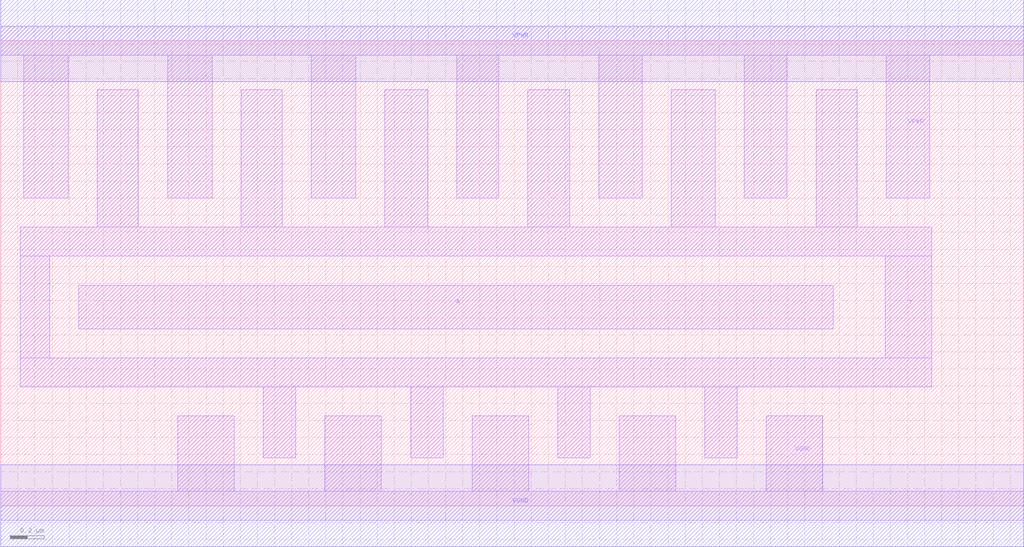
<source format=lef>
# Copyright 2020 The SkyWater PDK Authors
#
# Licensed under the Apache License, Version 2.0 (the "License");
# you may not use this file except in compliance with the License.
# You may obtain a copy of the License at
#
#     https://www.apache.org/licenses/LICENSE-2.0
#
# Unless required by applicable law or agreed to in writing, software
# distributed under the License is distributed on an "AS IS" BASIS,
# WITHOUT WARRANTIES OR CONDITIONS OF ANY KIND, either express or implied.
# See the License for the specific language governing permissions and
# limitations under the License.
#
# SPDX-License-Identifier: Apache-2.0

VERSION 5.5 ;
NAMESCASESENSITIVE ON ;
BUSBITCHARS "[]" ;
DIVIDERCHAR "/" ;
MACRO sky130_fd_sc_hd__clkinv_8
  CLASS CORE ;
  SOURCE USER ;
  ORIGIN  0.000000  0.000000 ;
  SIZE  5.980000 BY  2.720000 ;
  SYMMETRY X Y R90 ;
  SITE unithd ;
  PIN A
    ANTENNAGATEAREA  2.304000 ;
    DIRECTION INPUT ;
    USE SIGNAL ;
    PORT
      LAYER li1 ;
        RECT 0.455000 1.035000 4.865000 1.290000 ;
    END
  END A
  PIN Y
    ANTENNADIFFAREA  2.090400 ;
    DIRECTION OUTPUT ;
    USE SIGNAL ;
    PORT
      LAYER li1 ;
        RECT 0.115000 0.695000 5.440000 0.865000 ;
        RECT 0.115000 0.865000 0.285000 1.460000 ;
        RECT 0.115000 1.460000 5.440000 1.630000 ;
        RECT 0.565000 1.630000 0.805000 2.435000 ;
        RECT 1.405000 1.630000 1.645000 2.435000 ;
        RECT 1.535000 0.280000 1.725000 0.695000 ;
        RECT 2.245000 1.630000 2.495000 2.435000 ;
        RECT 2.395000 0.280000 2.585000 0.695000 ;
        RECT 3.080000 1.630000 3.325000 2.435000 ;
        RECT 3.255000 0.280000 3.445000 0.695000 ;
        RECT 3.920000 1.630000 4.175000 2.435000 ;
        RECT 4.115000 0.280000 4.305000 0.695000 ;
        RECT 4.765000 1.630000 5.005000 2.435000 ;
        RECT 5.170000 0.865000 5.440000 1.460000 ;
    END
  END Y
  PIN VGND
    DIRECTION INOUT ;
    SHAPE ABUTMENT ;
    USE GROUND ;
    PORT
      LAYER li1 ;
        RECT 0.000000 -0.085000 5.980000 0.085000 ;
        RECT 1.035000  0.085000 1.365000 0.525000 ;
        RECT 1.895000  0.085000 2.225000 0.525000 ;
        RECT 2.755000  0.085000 3.085000 0.525000 ;
        RECT 3.615000  0.085000 3.945000 0.525000 ;
        RECT 4.475000  0.085000 4.805000 0.525000 ;
    END
    PORT
      LAYER met1 ;
        RECT 0.000000 -0.240000 5.980000 0.240000 ;
    END
  END VGND
  PIN VPWR
    DIRECTION INOUT ;
    SHAPE ABUTMENT ;
    USE POWER ;
    PORT
      LAYER li1 ;
        RECT 0.000000 2.635000 5.980000 2.805000 ;
        RECT 0.135000 1.800000 0.395000 2.635000 ;
        RECT 0.975000 1.800000 1.235000 2.635000 ;
        RECT 1.815000 1.800000 2.075000 2.635000 ;
        RECT 2.665000 1.800000 2.910000 2.635000 ;
        RECT 3.495000 1.800000 3.750000 2.635000 ;
        RECT 4.345000 1.800000 4.595000 2.635000 ;
        RECT 5.175000 1.800000 5.430000 2.635000 ;
    END
    PORT
      LAYER met1 ;
        RECT 0.000000 2.480000 5.980000 2.960000 ;
    END
  END VPWR
  OBS
  END
END sky130_fd_sc_hd__clkinv_8
END LIBRARY

</source>
